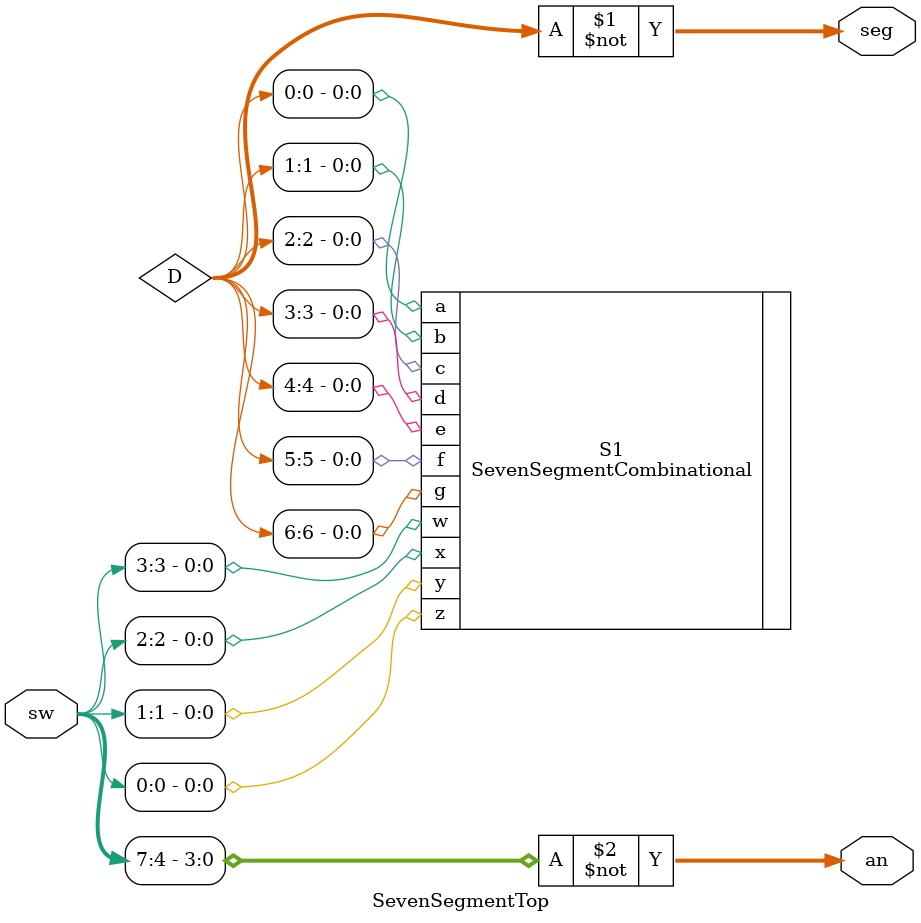
<source format=v>
`timescale 1ns / 1ps


module SevenSegmentTop(
output [6:0] seg,
output [3:0] an,
input [7:0] sw
);

wire [6:0] D;
assign seg = ~D;
assign an = ~sw[7:4];

//SevenSegmentTruthTable S1(
SevenSegmentCombinational S1(
    .w(sw[3]),
    .x(sw[2]),
    .y(sw[1]),
    .z(sw[0]),
    .a(D[0]),
    .b(D[1]),
    .c(D[2]),
    .d(D[3]),
    .e(D[4]),
    .f(D[5]),
    .g(D[6]),
    
    );
    
endmodule

</source>
